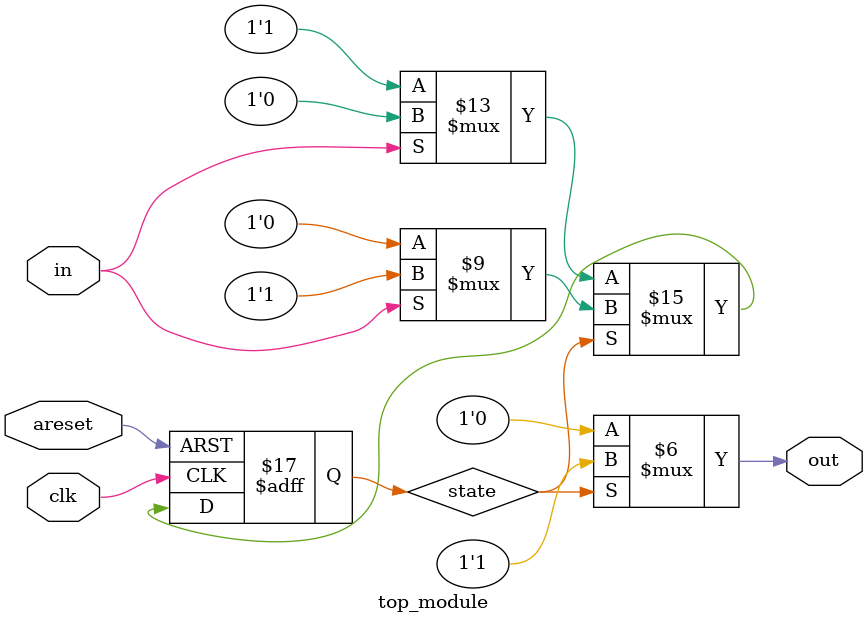
<source format=sv>
module top_module (
    input clk,
    input in,
    input areset,
    output reg out
);

reg state;
parameter A = 1'b0, B = 1'b1;

always @(posedge clk or posedge areset) begin
    if (areset) begin
        state <= B;
    end
    else begin
        if (state == A) begin
            if (in) begin
                state <= A;
            end
            else begin
                state <= B;
            end
        end
        else begin // state == B
            if (in) begin
                state <= B;
            end
            else begin
                state <= A;
            end
        end
    end
end

always @(*) begin
    if (state == B) begin
        out = 1'b1;
    end
    else begin
        out = 1'b0;
    end
end

endmodule

</source>
